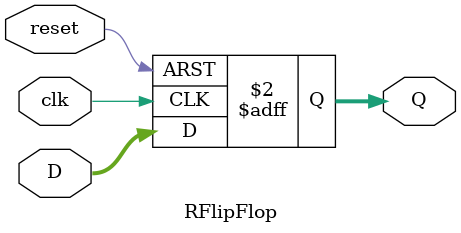
<source format=v>
module RFlipFlop #(parameter WIDTH= 5) ( clk, reset, D, Q);
input clk, reset; 
input  [WIDTH-1:0] D; 
output reg [WIDTH-1:0] Q; 

always@(posedge clk, posedge reset)
if (reset) 
 Q <= 0; 
else 
 Q <= D; 

endmodule

</source>
